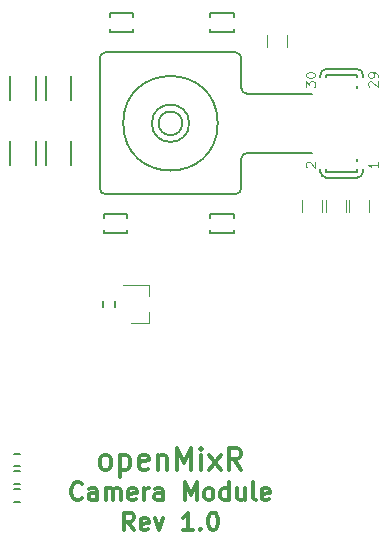
<source format=gto>
G04 #@! TF.FileFunction,Legend,Top*
%FSLAX46Y46*%
G04 Gerber Fmt 4.6, Leading zero omitted, Abs format (unit mm)*
G04 Created by KiCad (PCBNEW 4.0.6) date Mon Apr 10 16:51:52 2017*
%MOMM*%
%LPD*%
G01*
G04 APERTURE LIST*
%ADD10C,0.100000*%
%ADD11C,0.300000*%
%ADD12C,0.120000*%
%ADD13C,0.150000*%
G04 APERTURE END LIST*
D10*
D11*
X62500001Y-80760714D02*
X62428572Y-80832143D01*
X62214286Y-80903571D01*
X62071429Y-80903571D01*
X61857144Y-80832143D01*
X61714286Y-80689286D01*
X61642858Y-80546429D01*
X61571429Y-80260714D01*
X61571429Y-80046429D01*
X61642858Y-79760714D01*
X61714286Y-79617857D01*
X61857144Y-79475000D01*
X62071429Y-79403571D01*
X62214286Y-79403571D01*
X62428572Y-79475000D01*
X62500001Y-79546429D01*
X63785715Y-80903571D02*
X63785715Y-80117857D01*
X63714286Y-79975000D01*
X63571429Y-79903571D01*
X63285715Y-79903571D01*
X63142858Y-79975000D01*
X63785715Y-80832143D02*
X63642858Y-80903571D01*
X63285715Y-80903571D01*
X63142858Y-80832143D01*
X63071429Y-80689286D01*
X63071429Y-80546429D01*
X63142858Y-80403571D01*
X63285715Y-80332143D01*
X63642858Y-80332143D01*
X63785715Y-80260714D01*
X64500001Y-80903571D02*
X64500001Y-79903571D01*
X64500001Y-80046429D02*
X64571429Y-79975000D01*
X64714287Y-79903571D01*
X64928572Y-79903571D01*
X65071429Y-79975000D01*
X65142858Y-80117857D01*
X65142858Y-80903571D01*
X65142858Y-80117857D02*
X65214287Y-79975000D01*
X65357144Y-79903571D01*
X65571429Y-79903571D01*
X65714287Y-79975000D01*
X65785715Y-80117857D01*
X65785715Y-80903571D01*
X67071429Y-80832143D02*
X66928572Y-80903571D01*
X66642858Y-80903571D01*
X66500001Y-80832143D01*
X66428572Y-80689286D01*
X66428572Y-80117857D01*
X66500001Y-79975000D01*
X66642858Y-79903571D01*
X66928572Y-79903571D01*
X67071429Y-79975000D01*
X67142858Y-80117857D01*
X67142858Y-80260714D01*
X66428572Y-80403571D01*
X67785715Y-80903571D02*
X67785715Y-79903571D01*
X67785715Y-80189286D02*
X67857143Y-80046429D01*
X67928572Y-79975000D01*
X68071429Y-79903571D01*
X68214286Y-79903571D01*
X69357143Y-80903571D02*
X69357143Y-80117857D01*
X69285714Y-79975000D01*
X69142857Y-79903571D01*
X68857143Y-79903571D01*
X68714286Y-79975000D01*
X69357143Y-80832143D02*
X69214286Y-80903571D01*
X68857143Y-80903571D01*
X68714286Y-80832143D01*
X68642857Y-80689286D01*
X68642857Y-80546429D01*
X68714286Y-80403571D01*
X68857143Y-80332143D01*
X69214286Y-80332143D01*
X69357143Y-80260714D01*
X71214286Y-80903571D02*
X71214286Y-79403571D01*
X71714286Y-80475000D01*
X72214286Y-79403571D01*
X72214286Y-80903571D01*
X73142858Y-80903571D02*
X73000000Y-80832143D01*
X72928572Y-80760714D01*
X72857143Y-80617857D01*
X72857143Y-80189286D01*
X72928572Y-80046429D01*
X73000000Y-79975000D01*
X73142858Y-79903571D01*
X73357143Y-79903571D01*
X73500000Y-79975000D01*
X73571429Y-80046429D01*
X73642858Y-80189286D01*
X73642858Y-80617857D01*
X73571429Y-80760714D01*
X73500000Y-80832143D01*
X73357143Y-80903571D01*
X73142858Y-80903571D01*
X74928572Y-80903571D02*
X74928572Y-79403571D01*
X74928572Y-80832143D02*
X74785715Y-80903571D01*
X74500001Y-80903571D01*
X74357143Y-80832143D01*
X74285715Y-80760714D01*
X74214286Y-80617857D01*
X74214286Y-80189286D01*
X74285715Y-80046429D01*
X74357143Y-79975000D01*
X74500001Y-79903571D01*
X74785715Y-79903571D01*
X74928572Y-79975000D01*
X76285715Y-79903571D02*
X76285715Y-80903571D01*
X75642858Y-79903571D02*
X75642858Y-80689286D01*
X75714286Y-80832143D01*
X75857144Y-80903571D01*
X76071429Y-80903571D01*
X76214286Y-80832143D01*
X76285715Y-80760714D01*
X77214287Y-80903571D02*
X77071429Y-80832143D01*
X77000001Y-80689286D01*
X77000001Y-79403571D01*
X78357143Y-80832143D02*
X78214286Y-80903571D01*
X77928572Y-80903571D01*
X77785715Y-80832143D01*
X77714286Y-80689286D01*
X77714286Y-80117857D01*
X77785715Y-79975000D01*
X77928572Y-79903571D01*
X78214286Y-79903571D01*
X78357143Y-79975000D01*
X78428572Y-80117857D01*
X78428572Y-80260714D01*
X77714286Y-80403571D01*
X66892858Y-83453571D02*
X66392858Y-82739286D01*
X66035715Y-83453571D02*
X66035715Y-81953571D01*
X66607143Y-81953571D01*
X66750001Y-82025000D01*
X66821429Y-82096429D01*
X66892858Y-82239286D01*
X66892858Y-82453571D01*
X66821429Y-82596429D01*
X66750001Y-82667857D01*
X66607143Y-82739286D01*
X66035715Y-82739286D01*
X68107143Y-83382143D02*
X67964286Y-83453571D01*
X67678572Y-83453571D01*
X67535715Y-83382143D01*
X67464286Y-83239286D01*
X67464286Y-82667857D01*
X67535715Y-82525000D01*
X67678572Y-82453571D01*
X67964286Y-82453571D01*
X68107143Y-82525000D01*
X68178572Y-82667857D01*
X68178572Y-82810714D01*
X67464286Y-82953571D01*
X68678572Y-82453571D02*
X69035715Y-83453571D01*
X69392857Y-82453571D01*
X71892857Y-83453571D02*
X71035714Y-83453571D01*
X71464286Y-83453571D02*
X71464286Y-81953571D01*
X71321429Y-82167857D01*
X71178571Y-82310714D01*
X71035714Y-82382143D01*
X72535714Y-83310714D02*
X72607142Y-83382143D01*
X72535714Y-83453571D01*
X72464285Y-83382143D01*
X72535714Y-83310714D01*
X72535714Y-83453571D01*
X73535714Y-81953571D02*
X73678571Y-81953571D01*
X73821428Y-82025000D01*
X73892857Y-82096429D01*
X73964286Y-82239286D01*
X74035714Y-82525000D01*
X74035714Y-82882143D01*
X73964286Y-83167857D01*
X73892857Y-83310714D01*
X73821428Y-83382143D01*
X73678571Y-83453571D01*
X73535714Y-83453571D01*
X73392857Y-83382143D01*
X73321428Y-83310714D01*
X73250000Y-83167857D01*
X73178571Y-82882143D01*
X73178571Y-82525000D01*
X73250000Y-82239286D01*
X73321428Y-82096429D01*
X73392857Y-82025000D01*
X73535714Y-81953571D01*
X64385715Y-78314286D02*
X64214287Y-78228571D01*
X64128572Y-78142857D01*
X64042858Y-77971429D01*
X64042858Y-77457143D01*
X64128572Y-77285714D01*
X64214287Y-77200000D01*
X64385715Y-77114286D01*
X64642858Y-77114286D01*
X64814287Y-77200000D01*
X64900001Y-77285714D01*
X64985715Y-77457143D01*
X64985715Y-77971429D01*
X64900001Y-78142857D01*
X64814287Y-78228571D01*
X64642858Y-78314286D01*
X64385715Y-78314286D01*
X65757143Y-77114286D02*
X65757143Y-78914286D01*
X65757143Y-77200000D02*
X65928572Y-77114286D01*
X66271429Y-77114286D01*
X66442858Y-77200000D01*
X66528572Y-77285714D01*
X66614286Y-77457143D01*
X66614286Y-77971429D01*
X66528572Y-78142857D01*
X66442858Y-78228571D01*
X66271429Y-78314286D01*
X65928572Y-78314286D01*
X65757143Y-78228571D01*
X68071429Y-78228571D02*
X67900000Y-78314286D01*
X67557143Y-78314286D01*
X67385714Y-78228571D01*
X67300000Y-78057143D01*
X67300000Y-77371429D01*
X67385714Y-77200000D01*
X67557143Y-77114286D01*
X67900000Y-77114286D01*
X68071429Y-77200000D01*
X68157143Y-77371429D01*
X68157143Y-77542857D01*
X67300000Y-77714286D01*
X68928571Y-77114286D02*
X68928571Y-78314286D01*
X68928571Y-77285714D02*
X69014286Y-77200000D01*
X69185714Y-77114286D01*
X69442857Y-77114286D01*
X69614286Y-77200000D01*
X69700000Y-77371429D01*
X69700000Y-78314286D01*
X70557142Y-78314286D02*
X70557142Y-76514286D01*
X71157142Y-77800000D01*
X71757142Y-76514286D01*
X71757142Y-78314286D01*
X72614285Y-78314286D02*
X72614285Y-77114286D01*
X72614285Y-76514286D02*
X72528571Y-76600000D01*
X72614285Y-76685714D01*
X72700000Y-76600000D01*
X72614285Y-76514286D01*
X72614285Y-76685714D01*
X73300000Y-78314286D02*
X74242857Y-77114286D01*
X73300000Y-77114286D02*
X74242857Y-78314286D01*
X75957143Y-78314286D02*
X75357143Y-77457143D01*
X74928571Y-78314286D02*
X74928571Y-76514286D01*
X75614286Y-76514286D01*
X75785714Y-76600000D01*
X75871429Y-76685714D01*
X75957143Y-76857143D01*
X75957143Y-77114286D01*
X75871429Y-77285714D01*
X75785714Y-77371429D01*
X75614286Y-77457143D01*
X74928571Y-77457143D01*
D12*
X84850000Y-56500000D02*
X84850000Y-55500000D01*
X83150000Y-55500000D02*
X83150000Y-56500000D01*
X82850000Y-56500000D02*
X82850000Y-55500000D01*
X81150000Y-55500000D02*
X81150000Y-56500000D01*
X78150000Y-41500000D02*
X78150000Y-42500000D01*
X79850000Y-42500000D02*
X79850000Y-41500000D01*
D13*
X71000000Y-49000000D02*
G75*
G03X71000000Y-49000000I-1000000J0D01*
G01*
X71581139Y-49000000D02*
G75*
G03X71581139Y-49000000I-1581139J0D01*
G01*
X74000000Y-49000000D02*
G75*
G03X74000000Y-49000000I-4000000J0D01*
G01*
X82700000Y-44900000D02*
X82700000Y-45100000D01*
X86300000Y-44900000D02*
X86300000Y-45100000D01*
X86300000Y-53100000D02*
X86300000Y-52900000D01*
X82700000Y-53100000D02*
X82700000Y-52900000D01*
X85800000Y-53600000D02*
X83200000Y-53600000D01*
X83200000Y-44400000D02*
X85800000Y-44400000D01*
X82700000Y-53100000D02*
G75*
G03X83200000Y-53600000I500000J0D01*
G01*
X85800000Y-53600000D02*
G75*
G03X86300000Y-53100000I0J500000D01*
G01*
X86300000Y-44900000D02*
G75*
G03X85800000Y-44400000I-500000J0D01*
G01*
X83200000Y-44400000D02*
G75*
G03X82700000Y-44900000I0J-500000D01*
G01*
X76500000Y-46500000D02*
X82000000Y-46500000D01*
X76500000Y-51500000D02*
X82000000Y-51500000D01*
X76000000Y-52000000D02*
X76000000Y-54500000D01*
X75500000Y-55000000D02*
X64500000Y-55000000D01*
X64000000Y-43500000D02*
X64000000Y-54500000D01*
X75500000Y-43000000D02*
X64500000Y-43000000D01*
X76000000Y-46000000D02*
X76000000Y-43500000D01*
X76000000Y-46000000D02*
G75*
G03X76500000Y-46500000I500000J0D01*
G01*
X76000000Y-43500000D02*
G75*
G03X75500000Y-43000000I-500000J0D01*
G01*
X64500000Y-43000000D02*
G75*
G03X64000000Y-43500000I0J-500000D01*
G01*
X64000000Y-54500000D02*
G75*
G03X64500000Y-55000000I500000J0D01*
G01*
X75500000Y-55000000D02*
G75*
G03X76000000Y-54500000I0J500000D01*
G01*
X76500000Y-51500000D02*
G75*
G03X76000000Y-52000000I0J-500000D01*
G01*
X85800000Y-52900000D02*
X85800000Y-53100000D01*
X85800000Y-53100000D02*
X83200000Y-53100000D01*
X83200000Y-53100000D02*
X83200000Y-52900000D01*
X85800000Y-52200000D02*
X85800000Y-52000000D01*
X85800000Y-45800000D02*
X85800000Y-46000000D01*
X85800000Y-44900000D02*
X85800000Y-45100000D01*
X85800000Y-44900000D02*
X83200000Y-44900000D01*
X83200000Y-44900000D02*
X83200000Y-45100000D01*
X66350000Y-57000000D02*
X66350000Y-56700000D01*
X66350000Y-56700000D02*
X64350000Y-56700000D01*
X64350000Y-56700000D02*
X64350000Y-57000000D01*
X66350000Y-58300000D02*
X66350000Y-58000000D01*
X66350000Y-58300000D02*
X64350000Y-58300000D01*
X64350000Y-58300000D02*
X64350000Y-58000000D01*
X75350000Y-57000000D02*
X75350000Y-56700000D01*
X75350000Y-56700000D02*
X73350000Y-56700000D01*
X73350000Y-56700000D02*
X73350000Y-57000000D01*
X75350000Y-58300000D02*
X75350000Y-58000000D01*
X75350000Y-58300000D02*
X73350000Y-58300000D01*
X73350000Y-58300000D02*
X73350000Y-58000000D01*
X75350000Y-40000000D02*
X75350000Y-39700000D01*
X75350000Y-39700000D02*
X73350000Y-39700000D01*
X73350000Y-39700000D02*
X73350000Y-40000000D01*
X75350000Y-41300000D02*
X75350000Y-41000000D01*
X75350000Y-41300000D02*
X73350000Y-41300000D01*
X73350000Y-41300000D02*
X73350000Y-41000000D01*
X66850000Y-40000000D02*
X66850000Y-39700000D01*
X66850000Y-39700000D02*
X64850000Y-39700000D01*
X64850000Y-39700000D02*
X64850000Y-40000000D01*
X66850000Y-41300000D02*
X66850000Y-41000000D01*
X66850000Y-41300000D02*
X64850000Y-41300000D01*
X64850000Y-41300000D02*
X64850000Y-41000000D01*
D12*
X68160000Y-65880000D02*
X68160000Y-64950000D01*
X68160000Y-62720000D02*
X68160000Y-63650000D01*
X68160000Y-62720000D02*
X66000000Y-62720000D01*
X68160000Y-65880000D02*
X66700000Y-65880000D01*
D13*
X56425000Y-52500000D02*
X56425000Y-50500000D01*
X58575000Y-50500000D02*
X58575000Y-52500000D01*
X65325000Y-64550000D02*
X65325000Y-64050000D01*
X64275000Y-64050000D02*
X64275000Y-64550000D01*
X59425000Y-52500000D02*
X59425000Y-50500000D01*
X61575000Y-50500000D02*
X61575000Y-52500000D01*
X61575000Y-45000000D02*
X61575000Y-47000000D01*
X59425000Y-47000000D02*
X59425000Y-45000000D01*
X58575000Y-45000000D02*
X58575000Y-47000000D01*
X56425000Y-47000000D02*
X56425000Y-45000000D01*
D12*
X86850000Y-56500000D02*
X86850000Y-55500000D01*
X85150000Y-55500000D02*
X85150000Y-56500000D01*
D13*
X57250000Y-79975000D02*
X56750000Y-79975000D01*
X56750000Y-81025000D02*
X57250000Y-81025000D01*
X57250000Y-76975000D02*
X56750000Y-76975000D01*
X56750000Y-78025000D02*
X57250000Y-78025000D01*
X57250000Y-78475000D02*
X56750000Y-78475000D01*
X56750000Y-79525000D02*
X57250000Y-79525000D01*
D12*
X81538095Y-52728571D02*
X81500000Y-52690476D01*
X81461905Y-52614285D01*
X81461905Y-52423809D01*
X81500000Y-52347619D01*
X81538095Y-52309523D01*
X81614286Y-52271428D01*
X81690476Y-52271428D01*
X81804762Y-52309523D01*
X82261905Y-52766666D01*
X82261905Y-52271428D01*
X81461905Y-45947619D02*
X81461905Y-45452381D01*
X81766667Y-45719048D01*
X81766667Y-45604762D01*
X81804762Y-45528572D01*
X81842857Y-45490476D01*
X81919048Y-45452381D01*
X82109524Y-45452381D01*
X82185714Y-45490476D01*
X82223810Y-45528572D01*
X82261905Y-45604762D01*
X82261905Y-45833334D01*
X82223810Y-45909524D01*
X82185714Y-45947619D01*
X81461905Y-44957143D02*
X81461905Y-44880952D01*
X81500000Y-44804762D01*
X81538095Y-44766667D01*
X81614286Y-44728571D01*
X81766667Y-44690476D01*
X81957143Y-44690476D01*
X82109524Y-44728571D01*
X82185714Y-44766667D01*
X82223810Y-44804762D01*
X82261905Y-44880952D01*
X82261905Y-44957143D01*
X82223810Y-45033333D01*
X82185714Y-45071429D01*
X82109524Y-45109524D01*
X81957143Y-45147619D01*
X81766667Y-45147619D01*
X81614286Y-45109524D01*
X81538095Y-45071429D01*
X81500000Y-45033333D01*
X81461905Y-44957143D01*
X86838095Y-45909524D02*
X86800000Y-45871429D01*
X86761905Y-45795238D01*
X86761905Y-45604762D01*
X86800000Y-45528572D01*
X86838095Y-45490476D01*
X86914286Y-45452381D01*
X86990476Y-45452381D01*
X87104762Y-45490476D01*
X87561905Y-45947619D01*
X87561905Y-45452381D01*
X87561905Y-45071429D02*
X87561905Y-44919048D01*
X87523810Y-44842857D01*
X87485714Y-44804762D01*
X87371429Y-44728571D01*
X87219048Y-44690476D01*
X86914286Y-44690476D01*
X86838095Y-44728571D01*
X86800000Y-44766667D01*
X86761905Y-44842857D01*
X86761905Y-44995238D01*
X86800000Y-45071429D01*
X86838095Y-45109524D01*
X86914286Y-45147619D01*
X87104762Y-45147619D01*
X87180952Y-45109524D01*
X87219048Y-45071429D01*
X87257143Y-44995238D01*
X87257143Y-44842857D01*
X87219048Y-44766667D01*
X87180952Y-44728571D01*
X87104762Y-44690476D01*
X87561905Y-52271428D02*
X87561905Y-52728571D01*
X87561905Y-52500000D02*
X86761905Y-52500000D01*
X86876190Y-52576190D01*
X86952381Y-52652381D01*
X86990476Y-52728571D01*
M02*

</source>
